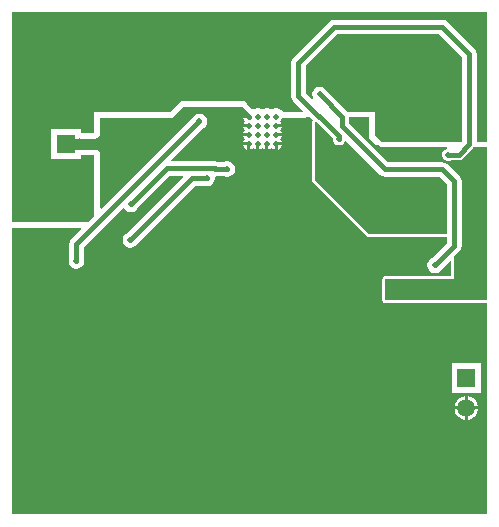
<source format=gbl>
G04*
G04 #@! TF.GenerationSoftware,Altium Limited,Altium Designer,21.6.4 (81)*
G04*
G04 Layer_Physical_Order=2*
G04 Layer_Color=16711680*
%FSLAX44Y44*%
%MOMM*%
G71*
G04*
G04 #@! TF.SameCoordinates,B536BBD3-7635-4869-82B2-4475C75F943D*
G04*
G04*
G04 #@! TF.FilePolarity,Positive*
G04*
G01*
G75*
%ADD17R,1.5000X1.5000*%
%ADD42C,0.4000*%
%ADD44C,1.5000*%
%ADD45C,0.5080*%
%ADD46C,0.9000*%
G36*
X402590Y314960D02*
X393467D01*
Y389890D01*
X393002Y392231D01*
X391676Y394216D01*
X368816Y417076D01*
X366831Y418402D01*
X364490Y418867D01*
X273050D01*
X270709Y418402D01*
X268724Y417076D01*
X238244Y386596D01*
X236918Y384611D01*
X236453Y382270D01*
Y354330D01*
X236918Y351989D01*
X238244Y350004D01*
X246715Y341533D01*
X246229Y340360D01*
X230138D01*
X229665Y341180D01*
X228261Y342584D01*
X226542Y343576D01*
X224624Y344090D01*
X222639D01*
X220721Y343576D01*
X219803Y343046D01*
X218885Y343576D01*
X216967Y344090D01*
X214982D01*
X213064Y343576D01*
X212146Y343046D01*
X211227Y343576D01*
X209310Y344090D01*
X207325D01*
X205407Y343576D01*
X204489Y343046D01*
X203685Y343510D01*
X199302Y347892D01*
X197840Y349015D01*
X196137Y349720D01*
X194310Y349960D01*
X146050D01*
X144223Y349720D01*
X142520Y349015D01*
X141058Y347892D01*
X133525Y340360D01*
X69850D01*
Y323272D01*
X58220D01*
Y326190D01*
X33220D01*
Y301190D01*
X58220D01*
Y304108D01*
X69850D01*
Y252491D01*
X65009Y247650D01*
X0D01*
Y425450D01*
X402590D01*
Y314960D01*
D02*
G37*
G36*
X381232Y387356D02*
Y316224D01*
X379968Y314960D01*
X313690D01*
X307340Y321310D01*
Y340360D01*
X284271D01*
X283726Y341176D01*
X266699Y358202D01*
X265883Y359616D01*
X264666Y360833D01*
X263174Y361694D01*
X261511Y362140D01*
X259789D01*
X258126Y361694D01*
X256634Y360833D01*
X255417Y359616D01*
X254556Y358124D01*
X254110Y356461D01*
Y354739D01*
X254556Y353076D01*
X254943Y352404D01*
X253927Y351624D01*
X248687Y356864D01*
Y379736D01*
X275584Y406632D01*
X361956D01*
X381232Y387356D01*
D02*
G37*
G36*
X194806Y344753D02*
X195269Y344561D01*
X195934Y344051D01*
X197913Y342073D01*
X197744Y340818D01*
X196353Y339427D01*
X195688Y337820D01*
X200660D01*
Y335280D01*
X195688D01*
X196353Y333672D01*
X197279Y332747D01*
X196353Y331822D01*
X195688Y330214D01*
X200660D01*
Y327674D01*
X195688D01*
X196353Y326066D01*
X197279Y325141D01*
X196353Y324216D01*
X195688Y322608D01*
X200660D01*
Y320068D01*
X195688D01*
X196353Y318461D01*
X197279Y317535D01*
X196353Y316610D01*
X195688Y315002D01*
X200660D01*
Y313732D01*
X201930D01*
Y308760D01*
X203538Y309426D01*
X204489Y310376D01*
X205439Y309426D01*
X207047Y308760D01*
Y313732D01*
X209587D01*
Y308760D01*
X211195Y309426D01*
X212146Y310376D01*
X213097Y309426D01*
X214704Y308760D01*
Y313732D01*
X217244D01*
Y308760D01*
X218852Y309426D01*
X219803Y310376D01*
X220754Y309426D01*
X222361Y308760D01*
Y313732D01*
X223631D01*
Y315002D01*
X228604D01*
X227938Y316610D01*
X227013Y317535D01*
X227938Y318461D01*
X228604Y320068D01*
X223631D01*
Y322608D01*
X228604D01*
X227938Y324216D01*
X227013Y325141D01*
X227938Y326066D01*
X228604Y327674D01*
X223631D01*
Y330214D01*
X228604D01*
X227938Y331822D01*
X227013Y332747D01*
X227938Y333672D01*
X228641Y335369D01*
X228819Y335436D01*
X229484Y335392D01*
X230138Y335262D01*
X246229D01*
X248180Y335650D01*
X249834Y336755D01*
X251365Y336884D01*
X254530Y333718D01*
X254147Y333145D01*
X253950Y332154D01*
Y283210D01*
X254147Y282219D01*
X254709Y281379D01*
X300429Y235659D01*
X301269Y235097D01*
X302260Y234900D01*
X368532D01*
Y229864D01*
X355538Y216869D01*
X354124Y216053D01*
X352907Y214836D01*
X352046Y213344D01*
X351600Y211681D01*
Y209959D01*
X352046Y208296D01*
X352907Y206804D01*
X354124Y205587D01*
X355616Y204726D01*
X357279Y204280D01*
X359001D01*
X360664Y204726D01*
X362156Y205587D01*
X363373Y206804D01*
X364189Y208218D01*
X370887Y214915D01*
X372060Y214429D01*
Y201980D01*
X316230D01*
X315239Y201783D01*
X314399Y201221D01*
X313837Y200381D01*
X313640Y199390D01*
Y181610D01*
X313837Y180619D01*
X314399Y179779D01*
X315239Y179217D01*
X316230Y179020D01*
X402590D01*
Y0D01*
X0D01*
Y242552D01*
X58251D01*
X58737Y241379D01*
X50284Y232926D01*
X48958Y230941D01*
X48492Y228600D01*
Y217068D01*
X48070Y215491D01*
Y213769D01*
X48516Y212106D01*
X49377Y210614D01*
X50594Y209397D01*
X52086Y208536D01*
X53749Y208090D01*
X55471D01*
X57134Y208536D01*
X58626Y209397D01*
X59843Y210614D01*
X60704Y212106D01*
X61150Y213769D01*
Y215491D01*
X60728Y217068D01*
Y226066D01*
X93875Y259213D01*
X95134Y259047D01*
X95420Y258551D01*
X96638Y257333D01*
X98129Y256472D01*
X99793Y256026D01*
X101515D01*
X103178Y256472D01*
X104669Y257333D01*
X105887Y258551D01*
X106703Y259964D01*
X133641Y286902D01*
X144512D01*
X144998Y285729D01*
X97728Y238459D01*
X96314Y237643D01*
X95097Y236426D01*
X94236Y234934D01*
X93790Y233271D01*
Y231549D01*
X94236Y229886D01*
X95097Y228394D01*
X96314Y227177D01*
X97806Y226316D01*
X99469Y225870D01*
X101191D01*
X102854Y226316D01*
X104346Y227177D01*
X105563Y228394D01*
X106379Y229808D01*
X154934Y278363D01*
X162662D01*
X164239Y277940D01*
X165961D01*
X167624Y278386D01*
X169116Y279247D01*
X170333Y280464D01*
X171194Y281956D01*
X171640Y283619D01*
Y285258D01*
X171675Y285422D01*
X172652Y286472D01*
X179952D01*
X181529Y286050D01*
X183251D01*
X184914Y286496D01*
X186406Y287357D01*
X187623Y288574D01*
X188484Y290066D01*
X188930Y291729D01*
Y293451D01*
X188484Y295114D01*
X187623Y296606D01*
X186406Y297823D01*
X184914Y298684D01*
X183251Y299130D01*
X181529D01*
X179952Y298708D01*
X173777D01*
X171615Y299137D01*
X135458D01*
X134972Y300311D01*
X161352Y326691D01*
X162766Y327507D01*
X163983Y328724D01*
X164844Y330216D01*
X165290Y331879D01*
Y333601D01*
X164844Y335264D01*
X163983Y336756D01*
X162766Y337973D01*
X161274Y338834D01*
X159611Y339280D01*
X157889D01*
X156226Y338834D01*
X154734Y337973D01*
X153517Y336756D01*
X152701Y335342D01*
X76121Y258763D01*
X74948Y259249D01*
Y304108D01*
X74560Y306059D01*
X73455Y307713D01*
X71801Y308818D01*
X69850Y309206D01*
X58220D01*
X57030Y308969D01*
X55760Y309889D01*
Y312420D01*
X45720D01*
Y314960D01*
X55760D01*
Y317491D01*
X57030Y318411D01*
X58220Y318174D01*
X69850D01*
X71801Y318562D01*
X73455Y319667D01*
X74560Y321321D01*
X74948Y323272D01*
Y335262D01*
X133525D01*
X135476Y335650D01*
X137130Y336755D01*
X144426Y344051D01*
X145091Y344561D01*
X145554Y344753D01*
X146384Y344862D01*
X193976D01*
X194806Y344753D01*
D02*
G37*
G36*
X271798Y318555D02*
X271780Y318510D01*
Y316490D01*
X272553Y314622D01*
X273982Y313193D01*
X275849Y312420D01*
X277871D01*
X279738Y313193D01*
X281167Y314622D01*
X281780Y316103D01*
X283113Y316565D01*
X311904Y287774D01*
X313889Y286448D01*
X316230Y285982D01*
X361956D01*
X368532Y279406D01*
Y237490D01*
X302260D01*
X256540Y283210D01*
Y332154D01*
X257713Y332640D01*
X271798Y318555D01*
D02*
G37*
G36*
X302260Y318770D02*
X308610Y312420D01*
X310462D01*
X310806Y312076D01*
X312129Y311192D01*
X313690Y310882D01*
X313690Y310882D01*
X368454D01*
X368488Y309626D01*
X366621Y308853D01*
X365192Y307424D01*
X364419Y305557D01*
Y303535D01*
X365192Y301668D01*
X366621Y300239D01*
X368488Y299466D01*
X370509D01*
X371598Y299917D01*
X378206D01*
X378206Y299917D01*
X379977Y300269D01*
X381479Y301273D01*
X390623Y310417D01*
X390623Y310417D01*
X391377Y311546D01*
X391907Y311192D01*
X393467Y310882D01*
X402590D01*
Y181610D01*
X316230D01*
Y199390D01*
X374650D01*
Y218678D01*
X378976Y223004D01*
X380302Y224989D01*
X380768Y227330D01*
Y281940D01*
X380302Y284281D01*
X378976Y286266D01*
X368816Y296426D01*
X366831Y297752D01*
X364490Y298218D01*
X318764D01*
X285518Y331464D01*
Y336282D01*
X302260D01*
Y318770D01*
D02*
G37*
%LPC*%
G36*
X228604Y312462D02*
X224901D01*
Y308760D01*
X226509Y309426D01*
X227938Y310855D01*
X228604Y312462D01*
D02*
G37*
G36*
X199390D02*
X195688D01*
X196353Y310855D01*
X197782Y309426D01*
X199390Y308760D01*
Y312462D01*
D02*
G37*
G36*
X397310Y128070D02*
X372310D01*
Y103070D01*
X397310D01*
Y128070D01*
D02*
G37*
G36*
X386132Y100210D02*
X386080D01*
Y91440D01*
X394850D01*
Y91492D01*
X394166Y94045D01*
X392844Y96335D01*
X390975Y98204D01*
X388685Y99526D01*
X386132Y100210D01*
D02*
G37*
G36*
X383540D02*
X383488D01*
X380935Y99526D01*
X378645Y98204D01*
X376776Y96335D01*
X375454Y94045D01*
X374770Y91492D01*
Y91440D01*
X383540D01*
Y100210D01*
D02*
G37*
G36*
X394850Y88900D02*
X386080D01*
Y80130D01*
X386132D01*
X388685Y80814D01*
X390975Y82136D01*
X392844Y84005D01*
X394166Y86295D01*
X394850Y88848D01*
Y88900D01*
D02*
G37*
G36*
X383540D02*
X374770D01*
Y88848D01*
X375454Y86295D01*
X376776Y84005D01*
X378645Y82136D01*
X380935Y80814D01*
X383488Y80130D01*
X383540D01*
Y88900D01*
D02*
G37*
%LPD*%
D17*
X384810Y115570D02*
D03*
X45720Y313690D02*
D03*
D42*
X369499Y304546D02*
X378206D01*
X387350Y313690D01*
Y389890D01*
X364490Y412750D02*
X387350Y389890D01*
X273050Y412750D02*
X364490D01*
X242570Y382270D02*
X273050Y412750D01*
X242570Y354330D02*
X276653Y320247D01*
X242570Y354330D02*
Y382270D01*
X276653Y317707D02*
Y320247D01*
Y317707D02*
X276860Y317500D01*
X279400Y328930D02*
Y336850D01*
X316230Y292100D02*
X364490D01*
X279400Y328930D02*
X316230Y292100D01*
X260650Y355600D02*
X279400Y336850D01*
X194310Y342900D02*
X200660Y336550D01*
X364490Y292100D02*
X374650Y281940D01*
Y227330D02*
Y281940D01*
X358140Y210820D02*
X374650Y227330D01*
X100330Y232410D02*
X152400Y284480D01*
X165100D01*
X172045Y292590D02*
X182390D01*
X171615Y293020D02*
X172045Y292590D01*
X100654Y262566D02*
X131107Y293020D01*
X171615D01*
X146050Y342900D02*
X194310D01*
X116840Y313690D02*
X146050Y342900D01*
X54610Y228600D02*
X158750Y332740D01*
X54610Y214630D02*
Y228600D01*
D44*
X384810Y90170D02*
D03*
X45720Y339090D02*
D03*
D45*
X208317Y321338D02*
D03*
X215974D02*
D03*
X223631Y328944D02*
D03*
X215974D02*
D03*
X208317D02*
D03*
X260650Y355600D02*
D03*
X369499Y304546D02*
D03*
X321310Y262043D02*
D03*
Y271780D02*
D03*
Y242570D02*
D03*
Y252307D02*
D03*
X359410D02*
D03*
Y242570D02*
D03*
Y271780D02*
D03*
Y262043D02*
D03*
X349885Y252307D02*
D03*
Y242570D02*
D03*
Y271780D02*
D03*
Y262043D02*
D03*
X340360Y252307D02*
D03*
Y242570D02*
D03*
Y271780D02*
D03*
Y262043D02*
D03*
X330835Y252307D02*
D03*
Y242570D02*
D03*
Y271780D02*
D03*
Y262043D02*
D03*
X329565Y343323D02*
D03*
Y353060D02*
D03*
Y323850D02*
D03*
Y333587D02*
D03*
X339090Y343323D02*
D03*
Y353060D02*
D03*
Y323850D02*
D03*
Y333587D02*
D03*
X348615Y343323D02*
D03*
Y353060D02*
D03*
Y323850D02*
D03*
Y333587D02*
D03*
X358140Y343323D02*
D03*
Y353060D02*
D03*
Y323850D02*
D03*
Y333587D02*
D03*
X320040D02*
D03*
Y323850D02*
D03*
Y353060D02*
D03*
Y343323D02*
D03*
X200660Y328944D02*
D03*
Y321338D02*
D03*
X223631D02*
D03*
X200660Y313732D02*
D03*
X208317D02*
D03*
X215974D02*
D03*
X223631D02*
D03*
Y336550D02*
D03*
X215974D02*
D03*
X208317D02*
D03*
X200660D02*
D03*
X276860Y317500D02*
D03*
X165100Y284480D02*
D03*
X182390Y292590D02*
D03*
X158750Y332740D02*
D03*
X100654Y262566D02*
D03*
X358140Y210820D02*
D03*
X100330Y232410D02*
D03*
X54610Y214630D02*
D03*
D46*
X45720Y313690D02*
X116840D01*
M02*

</source>
